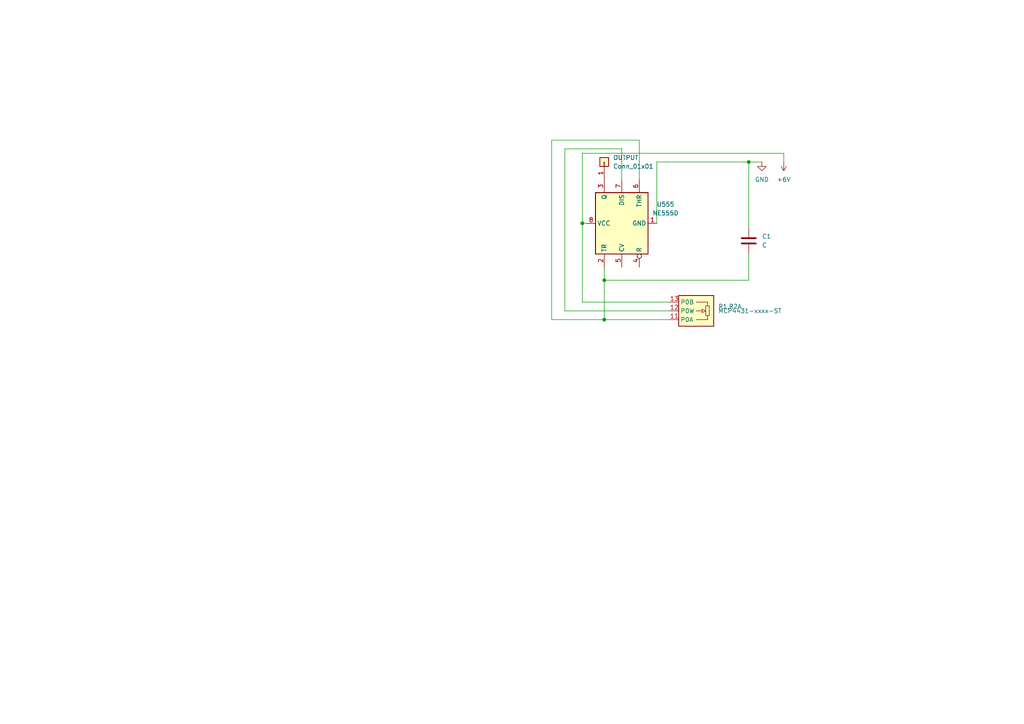
<source format=kicad_sch>
(kicad_sch
	(version 20231120)
	(generator "eeschema")
	(generator_version "8.0")
	(uuid "f250de14-bec1-4ca5-ab87-f63d3c977612")
	(paper "A4")
	(lib_symbols
		(symbol "Connector_Generic:Conn_01x01"
			(pin_names
				(offset 1.016) hide)
			(exclude_from_sim no)
			(in_bom yes)
			(on_board yes)
			(property "Reference" "J"
				(at 0 2.54 0)
				(effects
					(font
						(size 1.27 1.27)
					)
				)
			)
			(property "Value" "Conn_01x01"
				(at 0 -2.54 0)
				(effects
					(font
						(size 1.27 1.27)
					)
				)
			)
			(property "Footprint" ""
				(at 0 0 0)
				(effects
					(font
						(size 1.27 1.27)
					)
					(hide yes)
				)
			)
			(property "Datasheet" "~"
				(at 0 0 0)
				(effects
					(font
						(size 1.27 1.27)
					)
					(hide yes)
				)
			)
			(property "Description" "Generic connector, single row, 01x01, script generated (kicad-library-utils/schlib/autogen/connector/)"
				(at 0 0 0)
				(effects
					(font
						(size 1.27 1.27)
					)
					(hide yes)
				)
			)
			(property "ki_keywords" "connector"
				(at 0 0 0)
				(effects
					(font
						(size 1.27 1.27)
					)
					(hide yes)
				)
			)
			(property "ki_fp_filters" "Connector*:*_1x??_*"
				(at 0 0 0)
				(effects
					(font
						(size 1.27 1.27)
					)
					(hide yes)
				)
			)
			(symbol "Conn_01x01_1_1"
				(rectangle
					(start -1.27 0.127)
					(end 0 -0.127)
					(stroke
						(width 0.1524)
						(type default)
					)
					(fill
						(type none)
					)
				)
				(rectangle
					(start -1.27 1.27)
					(end 1.27 -1.27)
					(stroke
						(width 0.254)
						(type default)
					)
					(fill
						(type background)
					)
				)
				(pin passive line
					(at -5.08 0 0)
					(length 3.81)
					(name "Pin_1"
						(effects
							(font
								(size 1.27 1.27)
							)
						)
					)
					(number "1"
						(effects
							(font
								(size 1.27 1.27)
							)
						)
					)
				)
			)
		)
		(symbol "Device:C"
			(pin_numbers hide)
			(pin_names
				(offset 0.254)
			)
			(exclude_from_sim no)
			(in_bom yes)
			(on_board yes)
			(property "Reference" "C"
				(at 0.635 2.54 0)
				(effects
					(font
						(size 1.27 1.27)
					)
					(justify left)
				)
			)
			(property "Value" "C"
				(at 0.635 -2.54 0)
				(effects
					(font
						(size 1.27 1.27)
					)
					(justify left)
				)
			)
			(property "Footprint" ""
				(at 0.9652 -3.81 0)
				(effects
					(font
						(size 1.27 1.27)
					)
					(hide yes)
				)
			)
			(property "Datasheet" "~"
				(at 0 0 0)
				(effects
					(font
						(size 1.27 1.27)
					)
					(hide yes)
				)
			)
			(property "Description" "Unpolarized capacitor"
				(at 0 0 0)
				(effects
					(font
						(size 1.27 1.27)
					)
					(hide yes)
				)
			)
			(property "ki_keywords" "cap capacitor"
				(at 0 0 0)
				(effects
					(font
						(size 1.27 1.27)
					)
					(hide yes)
				)
			)
			(property "ki_fp_filters" "C_*"
				(at 0 0 0)
				(effects
					(font
						(size 1.27 1.27)
					)
					(hide yes)
				)
			)
			(symbol "C_0_1"
				(polyline
					(pts
						(xy -2.032 -0.762) (xy 2.032 -0.762)
					)
					(stroke
						(width 0.508)
						(type default)
					)
					(fill
						(type none)
					)
				)
				(polyline
					(pts
						(xy -2.032 0.762) (xy 2.032 0.762)
					)
					(stroke
						(width 0.508)
						(type default)
					)
					(fill
						(type none)
					)
				)
			)
			(symbol "C_1_1"
				(pin passive line
					(at 0 3.81 270)
					(length 2.794)
					(name "~"
						(effects
							(font
								(size 1.27 1.27)
							)
						)
					)
					(number "1"
						(effects
							(font
								(size 1.27 1.27)
							)
						)
					)
				)
				(pin passive line
					(at 0 -3.81 90)
					(length 2.794)
					(name "~"
						(effects
							(font
								(size 1.27 1.27)
							)
						)
					)
					(number "2"
						(effects
							(font
								(size 1.27 1.27)
							)
						)
					)
				)
			)
		)
		(symbol "Potentiometer_Digital:MCP4431-xxxx-ST"
			(exclude_from_sim no)
			(in_bom yes)
			(on_board yes)
			(property "Reference" "U"
				(at -8.89 11.43 0)
				(effects
					(font
						(size 1.27 1.27)
					)
				)
			)
			(property "Value" "MCP4431-xxxx-ST"
				(at 10.16 -11.43 0)
				(effects
					(font
						(size 1.27 1.27)
					)
				)
			)
			(property "Footprint" "Package_SO:TSSOP-20_4.4x6.5mm_P0.65mm"
				(at 0 -12.7 0)
				(effects
					(font
						(size 1.27 1.27)
					)
					(hide yes)
				)
			)
			(property "Datasheet" "https://ww1.microchip.com/downloads/en/DeviceDoc/22267A_MCP4431.pdf"
				(at 0 -15.24 0)
				(effects
					(font
						(size 1.27 1.27)
					)
					(hide yes)
				)
			)
			(property "Description" "Quad 7 Bit Digital Potentiometer, I²C, Volatile Memory, TSSOP-20"
				(at 0 0 0)
				(effects
					(font
						(size 1.27 1.27)
					)
					(hide yes)
				)
			)
			(property "ki_locked" ""
				(at 0 0 0)
				(effects
					(font
						(size 1.27 1.27)
					)
				)
			)
			(property "ki_keywords" "Digital Pot Potentiometer DigiPot"
				(at 0 0 0)
				(effects
					(font
						(size 1.27 1.27)
					)
					(hide yes)
				)
			)
			(property "ki_fp_filters" "TSSOP*4.4x6.5mm*P0.65mm*"
				(at 0 0 0)
				(effects
					(font
						(size 1.27 1.27)
					)
					(hide yes)
				)
			)
			(symbol "MCP4431-xxxx-ST_1_1"
				(polyline
					(pts
						(xy 1.7272 0) (xy 0 0)
					)
					(stroke
						(width 0)
						(type default)
					)
					(fill
						(type none)
					)
				)
				(polyline
					(pts
						(xy 3.302 -2.54) (xy 0 -2.54)
					)
					(stroke
						(width 0)
						(type default)
					)
					(fill
						(type background)
					)
				)
				(polyline
					(pts
						(xy 3.302 -2.3114) (xy 3.302 -1.3716)
					)
					(stroke
						(width 0)
						(type default)
					)
					(fill
						(type none)
					)
				)
				(polyline
					(pts
						(xy 3.302 2.286) (xy 3.302 1.4478)
					)
					(stroke
						(width 0)
						(type default)
					)
					(fill
						(type none)
					)
				)
				(polyline
					(pts
						(xy 3.302 2.54) (xy 0 2.54)
					)
					(stroke
						(width 0)
						(type default)
					)
					(fill
						(type background)
					)
				)
				(polyline
					(pts
						(xy 3.302 -2.54) (xy 3.302 -2.286) (xy 3.302 -2.286)
					)
					(stroke
						(width 0)
						(type default)
					)
					(fill
						(type none)
					)
				)
				(polyline
					(pts
						(xy 3.302 2.54) (xy 3.302 2.286) (xy 3.302 2.286)
					)
					(stroke
						(width 0)
						(type default)
					)
					(fill
						(type background)
					)
				)
				(polyline
					(pts
						(xy 1.7272 -0.508) (xy 1.7272 0.508) (xy 2.7432 0) (xy 1.7272 -0.508) (xy 1.7272 -0.508)
					)
					(stroke
						(width 0)
						(type default)
					)
					(fill
						(type none)
					)
				)
				(rectangle
					(start 3.7846 -1.3462)
					(end 2.7686 1.4478)
					(stroke
						(width 0)
						(type default)
					)
					(fill
						(type none)
					)
				)
				(rectangle
					(start 5.08 -4.445)
					(end -5.08 4.445)
					(stroke
						(width 0.254)
						(type default)
					)
					(fill
						(type background)
					)
				)
				(pin passive line
					(at -7.62 -2.54 0)
					(length 2.54)
					(name "P0A"
						(effects
							(font
								(size 1.27 1.27)
							)
						)
					)
					(number "11"
						(effects
							(font
								(size 1.27 1.27)
							)
						)
					)
				)
				(pin passive line
					(at -7.62 0 0)
					(length 2.54)
					(name "P0W"
						(effects
							(font
								(size 1.27 1.27)
							)
						)
					)
					(number "12"
						(effects
							(font
								(size 1.27 1.27)
							)
						)
					)
				)
				(pin passive line
					(at -7.62 2.54 0)
					(length 2.54)
					(name "P0B"
						(effects
							(font
								(size 1.27 1.27)
							)
						)
					)
					(number "13"
						(effects
							(font
								(size 1.27 1.27)
							)
						)
					)
				)
			)
			(symbol "MCP4431-xxxx-ST_2_1"
				(polyline
					(pts
						(xy 1.7272 0) (xy 0 0)
					)
					(stroke
						(width 0)
						(type default)
					)
					(fill
						(type none)
					)
				)
				(polyline
					(pts
						(xy 3.302 -2.54) (xy 0 -2.54)
					)
					(stroke
						(width 0)
						(type default)
					)
					(fill
						(type background)
					)
				)
				(polyline
					(pts
						(xy 3.302 -2.3114) (xy 3.302 -1.3716)
					)
					(stroke
						(width 0)
						(type default)
					)
					(fill
						(type none)
					)
				)
				(polyline
					(pts
						(xy 3.302 2.286) (xy 3.302 1.4478)
					)
					(stroke
						(width 0)
						(type default)
					)
					(fill
						(type none)
					)
				)
				(polyline
					(pts
						(xy 3.302 2.54) (xy 0 2.54)
					)
					(stroke
						(width 0)
						(type default)
					)
					(fill
						(type background)
					)
				)
				(polyline
					(pts
						(xy 3.302 -2.54) (xy 3.302 -2.286) (xy 3.302 -2.286)
					)
					(stroke
						(width 0)
						(type default)
					)
					(fill
						(type none)
					)
				)
				(polyline
					(pts
						(xy 3.302 2.54) (xy 3.302 2.286) (xy 3.302 2.286)
					)
					(stroke
						(width 0)
						(type default)
					)
					(fill
						(type background)
					)
				)
				(polyline
					(pts
						(xy 1.7272 -0.508) (xy 1.7272 0.508) (xy 2.7432 0) (xy 1.7272 -0.508) (xy 1.7272 -0.508)
					)
					(stroke
						(width 0)
						(type default)
					)
					(fill
						(type none)
					)
				)
				(rectangle
					(start 3.7846 -1.3462)
					(end 2.7686 1.4478)
					(stroke
						(width 0)
						(type default)
					)
					(fill
						(type none)
					)
				)
				(rectangle
					(start 5.08 -4.445)
					(end -5.08 4.445)
					(stroke
						(width 0.254)
						(type default)
					)
					(fill
						(type background)
					)
				)
				(pin passive line
					(at -7.62 -2.54 0)
					(length 2.54)
					(name "P1A"
						(effects
							(font
								(size 1.27 1.27)
							)
						)
					)
					(number "10"
						(effects
							(font
								(size 1.27 1.27)
							)
						)
					)
				)
				(pin passive line
					(at -7.62 2.54 0)
					(length 2.54)
					(name "P1B"
						(effects
							(font
								(size 1.27 1.27)
							)
						)
					)
					(number "8"
						(effects
							(font
								(size 1.27 1.27)
							)
						)
					)
				)
				(pin passive line
					(at -7.62 0 0)
					(length 2.54)
					(name "P1W"
						(effects
							(font
								(size 1.27 1.27)
							)
						)
					)
					(number "9"
						(effects
							(font
								(size 1.27 1.27)
							)
						)
					)
				)
			)
			(symbol "MCP4431-xxxx-ST_3_1"
				(polyline
					(pts
						(xy 1.7272 0) (xy 0 0)
					)
					(stroke
						(width 0)
						(type default)
					)
					(fill
						(type none)
					)
				)
				(polyline
					(pts
						(xy 3.302 -2.54) (xy 0 -2.54)
					)
					(stroke
						(width 0)
						(type default)
					)
					(fill
						(type background)
					)
				)
				(polyline
					(pts
						(xy 3.302 -2.3114) (xy 3.302 -1.3716)
					)
					(stroke
						(width 0)
						(type default)
					)
					(fill
						(type none)
					)
				)
				(polyline
					(pts
						(xy 3.302 2.286) (xy 3.302 1.4478)
					)
					(stroke
						(width 0)
						(type default)
					)
					(fill
						(type none)
					)
				)
				(polyline
					(pts
						(xy 3.302 2.54) (xy 0 2.54)
					)
					(stroke
						(width 0)
						(type default)
					)
					(fill
						(type background)
					)
				)
				(polyline
					(pts
						(xy 3.302 -2.54) (xy 3.302 -2.286) (xy 3.302 -2.286)
					)
					(stroke
						(width 0)
						(type default)
					)
					(fill
						(type none)
					)
				)
				(polyline
					(pts
						(xy 3.302 2.54) (xy 3.302 2.286) (xy 3.302 2.286)
					)
					(stroke
						(width 0)
						(type default)
					)
					(fill
						(type background)
					)
				)
				(polyline
					(pts
						(xy 1.7272 -0.508) (xy 1.7272 0.508) (xy 2.7432 0) (xy 1.7272 -0.508) (xy 1.7272 -0.508)
					)
					(stroke
						(width 0)
						(type default)
					)
					(fill
						(type none)
					)
				)
				(rectangle
					(start 3.7846 -1.3462)
					(end 2.7686 1.4478)
					(stroke
						(width 0)
						(type default)
					)
					(fill
						(type none)
					)
				)
				(rectangle
					(start 5.08 -4.445)
					(end -5.08 4.445)
					(stroke
						(width 0.254)
						(type default)
					)
					(fill
						(type background)
					)
				)
				(pin passive line
					(at -7.62 2.54 0)
					(length 2.54)
					(name "P2B"
						(effects
							(font
								(size 1.27 1.27)
							)
						)
					)
					(number "18"
						(effects
							(font
								(size 1.27 1.27)
							)
						)
					)
				)
				(pin passive line
					(at -7.62 0 0)
					(length 2.54)
					(name "P2W"
						(effects
							(font
								(size 1.27 1.27)
							)
						)
					)
					(number "19"
						(effects
							(font
								(size 1.27 1.27)
							)
						)
					)
				)
				(pin passive line
					(at -7.62 -2.54 0)
					(length 2.54)
					(name "P2A"
						(effects
							(font
								(size 1.27 1.27)
							)
						)
					)
					(number "20"
						(effects
							(font
								(size 1.27 1.27)
							)
						)
					)
				)
			)
			(symbol "MCP4431-xxxx-ST_4_1"
				(polyline
					(pts
						(xy 1.7272 0) (xy 0 0)
					)
					(stroke
						(width 0)
						(type default)
					)
					(fill
						(type none)
					)
				)
				(polyline
					(pts
						(xy 3.302 -2.54) (xy 0 -2.54)
					)
					(stroke
						(width 0)
						(type default)
					)
					(fill
						(type background)
					)
				)
				(polyline
					(pts
						(xy 3.302 -2.3114) (xy 3.302 -1.3716)
					)
					(stroke
						(width 0)
						(type default)
					)
					(fill
						(type none)
					)
				)
				(polyline
					(pts
						(xy 3.302 2.286) (xy 3.302 1.4478)
					)
					(stroke
						(width 0)
						(type default)
					)
					(fill
						(type none)
					)
				)
				(polyline
					(pts
						(xy 3.302 2.54) (xy 0 2.54)
					)
					(stroke
						(width 0)
						(type default)
					)
					(fill
						(type background)
					)
				)
				(polyline
					(pts
						(xy 3.302 -2.54) (xy 3.302 -2.286) (xy 3.302 -2.286)
					)
					(stroke
						(width 0)
						(type default)
					)
					(fill
						(type none)
					)
				)
				(polyline
					(pts
						(xy 3.302 2.54) (xy 3.302 2.286) (xy 3.302 2.286)
					)
					(stroke
						(width 0)
						(type default)
					)
					(fill
						(type background)
					)
				)
				(polyline
					(pts
						(xy 1.7272 -0.508) (xy 1.7272 0.508) (xy 2.7432 0) (xy 1.7272 -0.508) (xy 1.7272 -0.508)
					)
					(stroke
						(width 0)
						(type default)
					)
					(fill
						(type none)
					)
				)
				(rectangle
					(start 3.7846 -1.3462)
					(end 2.7686 1.4478)
					(stroke
						(width 0)
						(type default)
					)
					(fill
						(type none)
					)
				)
				(rectangle
					(start 5.08 -4.445)
					(end -5.08 4.445)
					(stroke
						(width 0.254)
						(type default)
					)
					(fill
						(type background)
					)
				)
				(pin passive line
					(at -7.62 -2.54 0)
					(length 2.54)
					(name "P3A"
						(effects
							(font
								(size 1.27 1.27)
							)
						)
					)
					(number "1"
						(effects
							(font
								(size 1.27 1.27)
							)
						)
					)
				)
				(pin passive line
					(at -7.62 0 0)
					(length 2.54)
					(name "P3W"
						(effects
							(font
								(size 1.27 1.27)
							)
						)
					)
					(number "2"
						(effects
							(font
								(size 1.27 1.27)
							)
						)
					)
				)
				(pin passive line
					(at -7.62 2.54 0)
					(length 2.54)
					(name "P3B"
						(effects
							(font
								(size 1.27 1.27)
							)
						)
					)
					(number "3"
						(effects
							(font
								(size 1.27 1.27)
							)
						)
					)
				)
			)
			(symbol "MCP4431-xxxx-ST_5_1"
				(rectangle
					(start -10.16 10.16)
					(end 10.16 -10.16)
					(stroke
						(width 0)
						(type default)
					)
					(fill
						(type background)
					)
				)
				(pin no_connect line
					(at -10.16 -2.54 0)
					(length 2.54) hide
					(name "NC"
						(effects
							(font
								(size 1.27 1.27)
							)
						)
					)
					(number "14"
						(effects
							(font
								(size 1.27 1.27)
							)
						)
					)
				)
				(pin input line
					(at -12.7 7.62 0)
					(length 2.54)
					(name "~{RESET}"
						(effects
							(font
								(size 1.27 1.27)
							)
						)
					)
					(number "15"
						(effects
							(font
								(size 1.27 1.27)
							)
						)
					)
				)
				(pin input line
					(at -12.7 -7.62 0)
					(length 2.54)
					(name "A1"
						(effects
							(font
								(size 1.27 1.27)
							)
						)
					)
					(number "16"
						(effects
							(font
								(size 1.27 1.27)
							)
						)
					)
				)
				(pin power_in line
					(at 0 12.7 270)
					(length 2.54)
					(name "VDD"
						(effects
							(font
								(size 1.27 1.27)
							)
						)
					)
					(number "17"
						(effects
							(font
								(size 1.27 1.27)
							)
						)
					)
				)
				(pin input line
					(at -12.7 -5.08 0)
					(length 2.54)
					(name "HVC/A0"
						(effects
							(font
								(size 1.27 1.27)
							)
						)
					)
					(number "4"
						(effects
							(font
								(size 1.27 1.27)
							)
						)
					)
				)
				(pin input line
					(at -12.7 2.54 0)
					(length 2.54)
					(name "SCL"
						(effects
							(font
								(size 1.27 1.27)
							)
						)
					)
					(number "5"
						(effects
							(font
								(size 1.27 1.27)
							)
						)
					)
				)
				(pin bidirectional line
					(at -12.7 0 0)
					(length 2.54)
					(name "SDA"
						(effects
							(font
								(size 1.27 1.27)
							)
						)
					)
					(number "6"
						(effects
							(font
								(size 1.27 1.27)
							)
						)
					)
				)
				(pin power_in line
					(at 0 -12.7 90)
					(length 2.54)
					(name "VSS"
						(effects
							(font
								(size 1.27 1.27)
							)
						)
					)
					(number "7"
						(effects
							(font
								(size 1.27 1.27)
							)
						)
					)
				)
			)
		)
		(symbol "Timer:NE555D"
			(exclude_from_sim no)
			(in_bom yes)
			(on_board yes)
			(property "Reference" "U"
				(at -10.16 8.89 0)
				(effects
					(font
						(size 1.27 1.27)
					)
					(justify left)
				)
			)
			(property "Value" "NE555D"
				(at 2.54 8.89 0)
				(effects
					(font
						(size 1.27 1.27)
					)
					(justify left)
				)
			)
			(property "Footprint" "Package_SO:SOIC-8_3.9x4.9mm_P1.27mm"
				(at 21.59 -10.16 0)
				(effects
					(font
						(size 1.27 1.27)
					)
					(hide yes)
				)
			)
			(property "Datasheet" "http://www.ti.com/lit/ds/symlink/ne555.pdf"
				(at 21.59 -10.16 0)
				(effects
					(font
						(size 1.27 1.27)
					)
					(hide yes)
				)
			)
			(property "Description" "Precision Timers, 555 compatible, SOIC-8"
				(at 0 0 0)
				(effects
					(font
						(size 1.27 1.27)
					)
					(hide yes)
				)
			)
			(property "ki_keywords" "single timer 555"
				(at 0 0 0)
				(effects
					(font
						(size 1.27 1.27)
					)
					(hide yes)
				)
			)
			(property "ki_fp_filters" "SOIC*3.9x4.9mm*P1.27mm*"
				(at 0 0 0)
				(effects
					(font
						(size 1.27 1.27)
					)
					(hide yes)
				)
			)
			(symbol "NE555D_0_0"
				(pin power_in line
					(at 0 -10.16 90)
					(length 2.54)
					(name "GND"
						(effects
							(font
								(size 1.27 1.27)
							)
						)
					)
					(number "1"
						(effects
							(font
								(size 1.27 1.27)
							)
						)
					)
				)
				(pin power_in line
					(at 0 10.16 270)
					(length 2.54)
					(name "VCC"
						(effects
							(font
								(size 1.27 1.27)
							)
						)
					)
					(number "8"
						(effects
							(font
								(size 1.27 1.27)
							)
						)
					)
				)
			)
			(symbol "NE555D_0_1"
				(rectangle
					(start -8.89 -7.62)
					(end 8.89 7.62)
					(stroke
						(width 0.254)
						(type default)
					)
					(fill
						(type background)
					)
				)
				(rectangle
					(start -8.89 -7.62)
					(end 8.89 7.62)
					(stroke
						(width 0.254)
						(type default)
					)
					(fill
						(type background)
					)
				)
			)
			(symbol "NE555D_1_1"
				(pin input line
					(at -12.7 5.08 0)
					(length 3.81)
					(name "TR"
						(effects
							(font
								(size 1.27 1.27)
							)
						)
					)
					(number "2"
						(effects
							(font
								(size 1.27 1.27)
							)
						)
					)
				)
				(pin output line
					(at 12.7 5.08 180)
					(length 3.81)
					(name "Q"
						(effects
							(font
								(size 1.27 1.27)
							)
						)
					)
					(number "3"
						(effects
							(font
								(size 1.27 1.27)
							)
						)
					)
				)
				(pin input inverted
					(at -12.7 -5.08 0)
					(length 3.81)
					(name "R"
						(effects
							(font
								(size 1.27 1.27)
							)
						)
					)
					(number "4"
						(effects
							(font
								(size 1.27 1.27)
							)
						)
					)
				)
				(pin input line
					(at -12.7 0 0)
					(length 3.81)
					(name "CV"
						(effects
							(font
								(size 1.27 1.27)
							)
						)
					)
					(number "5"
						(effects
							(font
								(size 1.27 1.27)
							)
						)
					)
				)
				(pin input line
					(at 12.7 -5.08 180)
					(length 3.81)
					(name "THR"
						(effects
							(font
								(size 1.27 1.27)
							)
						)
					)
					(number "6"
						(effects
							(font
								(size 1.27 1.27)
							)
						)
					)
				)
				(pin input line
					(at 12.7 0 180)
					(length 3.81)
					(name "DIS"
						(effects
							(font
								(size 1.27 1.27)
							)
						)
					)
					(number "7"
						(effects
							(font
								(size 1.27 1.27)
							)
						)
					)
				)
			)
		)
		(symbol "power:+6V"
			(power)
			(pin_numbers hide)
			(pin_names
				(offset 0) hide)
			(exclude_from_sim no)
			(in_bom yes)
			(on_board yes)
			(property "Reference" "#PWR"
				(at 0 -3.81 0)
				(effects
					(font
						(size 1.27 1.27)
					)
					(hide yes)
				)
			)
			(property "Value" "+6V"
				(at 0 3.556 0)
				(effects
					(font
						(size 1.27 1.27)
					)
				)
			)
			(property "Footprint" ""
				(at 0 0 0)
				(effects
					(font
						(size 1.27 1.27)
					)
					(hide yes)
				)
			)
			(property "Datasheet" ""
				(at 0 0 0)
				(effects
					(font
						(size 1.27 1.27)
					)
					(hide yes)
				)
			)
			(property "Description" "Power symbol creates a global label with name \"+6V\""
				(at 0 0 0)
				(effects
					(font
						(size 1.27 1.27)
					)
					(hide yes)
				)
			)
			(property "ki_keywords" "global power"
				(at 0 0 0)
				(effects
					(font
						(size 1.27 1.27)
					)
					(hide yes)
				)
			)
			(symbol "+6V_0_1"
				(polyline
					(pts
						(xy -0.762 1.27) (xy 0 2.54)
					)
					(stroke
						(width 0)
						(type default)
					)
					(fill
						(type none)
					)
				)
				(polyline
					(pts
						(xy 0 0) (xy 0 2.54)
					)
					(stroke
						(width 0)
						(type default)
					)
					(fill
						(type none)
					)
				)
				(polyline
					(pts
						(xy 0 2.54) (xy 0.762 1.27)
					)
					(stroke
						(width 0)
						(type default)
					)
					(fill
						(type none)
					)
				)
			)
			(symbol "+6V_1_1"
				(pin power_in line
					(at 0 0 90)
					(length 0)
					(name "~"
						(effects
							(font
								(size 1.27 1.27)
							)
						)
					)
					(number "1"
						(effects
							(font
								(size 1.27 1.27)
							)
						)
					)
				)
			)
		)
		(symbol "power:GND"
			(power)
			(pin_numbers hide)
			(pin_names
				(offset 0) hide)
			(exclude_from_sim no)
			(in_bom yes)
			(on_board yes)
			(property "Reference" "#PWR"
				(at 0 -6.35 0)
				(effects
					(font
						(size 1.27 1.27)
					)
					(hide yes)
				)
			)
			(property "Value" "GND"
				(at 0 -3.81 0)
				(effects
					(font
						(size 1.27 1.27)
					)
				)
			)
			(property "Footprint" ""
				(at 0 0 0)
				(effects
					(font
						(size 1.27 1.27)
					)
					(hide yes)
				)
			)
			(property "Datasheet" ""
				(at 0 0 0)
				(effects
					(font
						(size 1.27 1.27)
					)
					(hide yes)
				)
			)
			(property "Description" "Power symbol creates a global label with name \"GND\" , ground"
				(at 0 0 0)
				(effects
					(font
						(size 1.27 1.27)
					)
					(hide yes)
				)
			)
			(property "ki_keywords" "global power"
				(at 0 0 0)
				(effects
					(font
						(size 1.27 1.27)
					)
					(hide yes)
				)
			)
			(symbol "GND_0_1"
				(polyline
					(pts
						(xy 0 0) (xy 0 -1.27) (xy 1.27 -1.27) (xy 0 -2.54) (xy -1.27 -1.27) (xy 0 -1.27)
					)
					(stroke
						(width 0)
						(type default)
					)
					(fill
						(type none)
					)
				)
			)
			(symbol "GND_1_1"
				(pin power_in line
					(at 0 0 270)
					(length 0)
					(name "~"
						(effects
							(font
								(size 1.27 1.27)
							)
						)
					)
					(number "1"
						(effects
							(font
								(size 1.27 1.27)
							)
						)
					)
				)
			)
		)
	)
	(junction
		(at 217.17 46.99)
		(diameter 0)
		(color 0 0 0 0)
		(uuid "5d36b37d-9dd5-4a70-b117-65278fba1d82")
	)
	(junction
		(at 175.26 92.71)
		(diameter 0)
		(color 0 0 0 0)
		(uuid "978a8329-fd35-4471-880c-3136812e1b82")
	)
	(junction
		(at 168.91 64.77)
		(diameter 0)
		(color 0 0 0 0)
		(uuid "af4513ef-6476-4394-9611-dddd68d88035")
	)
	(junction
		(at 175.26 81.28)
		(diameter 0)
		(color 0 0 0 0)
		(uuid "f8cb3153-bc36-40d2-a9b0-8c287e7185e3")
	)
	(wire
		(pts
			(xy 163.83 43.18) (xy 180.34 43.18)
		)
		(stroke
			(width 0)
			(type default)
		)
		(uuid "009e760d-0604-4940-9ffa-6f6663d69297")
	)
	(wire
		(pts
			(xy 227.33 44.45) (xy 168.91 44.45)
		)
		(stroke
			(width 0)
			(type default)
		)
		(uuid "01f804bb-6aeb-4d0b-90aa-bd3394807529")
	)
	(wire
		(pts
			(xy 175.26 77.47) (xy 175.26 81.28)
		)
		(stroke
			(width 0)
			(type default)
		)
		(uuid "056df882-b1d9-40fb-9a5d-95715cad2bab")
	)
	(wire
		(pts
			(xy 163.83 90.17) (xy 163.83 43.18)
		)
		(stroke
			(width 0)
			(type default)
		)
		(uuid "159934a4-cb68-4035-927a-8c9bb4093411")
	)
	(wire
		(pts
			(xy 217.17 66.04) (xy 217.17 46.99)
		)
		(stroke
			(width 0)
			(type default)
		)
		(uuid "1f354037-fe82-4849-bc5a-8524a3e8f502")
	)
	(wire
		(pts
			(xy 175.26 81.28) (xy 175.26 92.71)
		)
		(stroke
			(width 0)
			(type default)
		)
		(uuid "267af913-2972-4746-b624-08dca91c1b1b")
	)
	(wire
		(pts
			(xy 217.17 46.99) (xy 190.5 46.99)
		)
		(stroke
			(width 0)
			(type default)
		)
		(uuid "2d9f4520-9045-498f-9a68-71ff9c2d5fac")
	)
	(wire
		(pts
			(xy 180.34 43.18) (xy 180.34 52.07)
		)
		(stroke
			(width 0)
			(type default)
		)
		(uuid "3e2f1da8-d1a4-4357-84f5-a245be59b107")
	)
	(wire
		(pts
			(xy 168.91 64.77) (xy 170.18 64.77)
		)
		(stroke
			(width 0)
			(type default)
		)
		(uuid "45bcd1ed-8825-4d26-ae2b-3f1acdc0be5f")
	)
	(wire
		(pts
			(xy 175.26 81.28) (xy 217.17 81.28)
		)
		(stroke
			(width 0)
			(type default)
		)
		(uuid "5d893764-60ed-4bde-9cc4-e3fef576e29c")
	)
	(wire
		(pts
			(xy 185.42 40.64) (xy 185.42 52.07)
		)
		(stroke
			(width 0)
			(type default)
		)
		(uuid "718f6208-afa1-42d2-96c0-fa9b8f238635")
	)
	(wire
		(pts
			(xy 220.98 46.99) (xy 217.17 46.99)
		)
		(stroke
			(width 0)
			(type default)
		)
		(uuid "86ac5ee3-1a75-460d-9ab2-6c160e18bb5a")
	)
	(wire
		(pts
			(xy 227.33 44.45) (xy 227.33 46.99)
		)
		(stroke
			(width 0)
			(type default)
		)
		(uuid "baa8054a-8846-493f-a290-5e8b270fbed3")
	)
	(wire
		(pts
			(xy 168.91 87.63) (xy 194.31 87.63)
		)
		(stroke
			(width 0)
			(type default)
		)
		(uuid "bb1e2e9c-34da-476c-b5eb-ad636b7c8dfc")
	)
	(wire
		(pts
			(xy 160.02 40.64) (xy 185.42 40.64)
		)
		(stroke
			(width 0)
			(type default)
		)
		(uuid "bbaa7c45-0d69-455d-8c4c-28d876adffd9")
	)
	(wire
		(pts
			(xy 175.26 92.71) (xy 160.02 92.71)
		)
		(stroke
			(width 0)
			(type default)
		)
		(uuid "caabd931-00fc-41d0-81a0-7d5c4258d1f2")
	)
	(wire
		(pts
			(xy 190.5 46.99) (xy 190.5 64.77)
		)
		(stroke
			(width 0)
			(type default)
		)
		(uuid "cbc389a1-8225-4f02-9801-7d1d61860abb")
	)
	(wire
		(pts
			(xy 217.17 73.66) (xy 217.17 81.28)
		)
		(stroke
			(width 0)
			(type default)
		)
		(uuid "de31f049-dff9-4ea2-ab67-08d33f318f95")
	)
	(wire
		(pts
			(xy 160.02 92.71) (xy 160.02 40.64)
		)
		(stroke
			(width 0)
			(type default)
		)
		(uuid "e054ac71-656a-4419-ba92-775c00e01825")
	)
	(wire
		(pts
			(xy 194.31 92.71) (xy 175.26 92.71)
		)
		(stroke
			(width 0)
			(type default)
		)
		(uuid "edf5d13e-4267-4399-bd5f-ffbcc7ecb5bf")
	)
	(wire
		(pts
			(xy 168.91 64.77) (xy 168.91 87.63)
		)
		(stroke
			(width 0)
			(type default)
		)
		(uuid "ee4700ac-3bb8-49af-8771-0307a7743bd2")
	)
	(wire
		(pts
			(xy 194.31 90.17) (xy 163.83 90.17)
		)
		(stroke
			(width 0)
			(type default)
		)
		(uuid "faa5b062-28fe-4bca-bd57-9e7cb54b16d6")
	)
	(wire
		(pts
			(xy 168.91 44.45) (xy 168.91 64.77)
		)
		(stroke
			(width 0)
			(type default)
		)
		(uuid "ff28c5bc-6298-4a3a-a432-bfc7ee1b7969")
	)
	(symbol
		(lib_id "power:GND")
		(at 220.98 46.99 0)
		(unit 1)
		(exclude_from_sim no)
		(in_bom yes)
		(on_board yes)
		(dnp no)
		(fields_autoplaced yes)
		(uuid "0f71a380-76a8-480c-9539-46d6b7c1c1c1")
		(property "Reference" "#PWR01"
			(at 220.98 53.34 0)
			(effects
				(font
					(size 1.27 1.27)
				)
				(hide yes)
			)
		)
		(property "Value" "GND"
			(at 220.98 52.07 0)
			(effects
				(font
					(size 1.27 1.27)
				)
			)
		)
		(property "Footprint" ""
			(at 220.98 46.99 0)
			(effects
				(font
					(size 1.27 1.27)
				)
				(hide yes)
			)
		)
		(property "Datasheet" ""
			(at 220.98 46.99 0)
			(effects
				(font
					(size 1.27 1.27)
				)
				(hide yes)
			)
		)
		(property "Description" "Power symbol creates a global label with name \"GND\" , ground"
			(at 220.98 46.99 0)
			(effects
				(font
					(size 1.27 1.27)
				)
				(hide yes)
			)
		)
		(pin "1"
			(uuid "a995b3e1-4567-4885-a58e-321228e8cbc1")
		)
		(instances
			(project ""
				(path "/f250de14-bec1-4ca5-ab87-f63d3c977612"
					(reference "#PWR01")
					(unit 1)
				)
			)
		)
	)
	(symbol
		(lib_id "Connector_Generic:Conn_01x01")
		(at 175.26 46.99 90)
		(unit 1)
		(exclude_from_sim no)
		(in_bom yes)
		(on_board yes)
		(dnp no)
		(fields_autoplaced yes)
		(uuid "43dc2dc4-cb0c-48d5-904c-bca2e8d1f4d6")
		(property "Reference" "OUTPUT"
			(at 177.8 45.7199 90)
			(effects
				(font
					(size 1.27 1.27)
				)
				(justify right)
			)
		)
		(property "Value" "Conn_01x01"
			(at 177.8 48.2599 90)
			(effects
				(font
					(size 1.27 1.27)
				)
				(justify right)
			)
		)
		(property "Footprint" ""
			(at 175.26 46.99 0)
			(effects
				(font
					(size 1.27 1.27)
				)
				(hide yes)
			)
		)
		(property "Datasheet" "~"
			(at 175.26 46.99 0)
			(effects
				(font
					(size 1.27 1.27)
				)
				(hide yes)
			)
		)
		(property "Description" "Generic connector, single row, 01x01, script generated (kicad-library-utils/schlib/autogen/connector/)"
			(at 175.26 46.99 0)
			(effects
				(font
					(size 1.27 1.27)
				)
				(hide yes)
			)
		)
		(pin "1"
			(uuid "28bae495-dd08-41bc-9240-6c649096062c")
		)
		(instances
			(project ""
				(path "/f250de14-bec1-4ca5-ab87-f63d3c977612"
					(reference "OUTPUT")
					(unit 1)
				)
			)
		)
	)
	(symbol
		(lib_id "Device:C")
		(at 217.17 69.85 0)
		(unit 1)
		(exclude_from_sim no)
		(in_bom yes)
		(on_board yes)
		(dnp no)
		(fields_autoplaced yes)
		(uuid "44849dc5-44e2-40a6-a6ec-4b776344ab34")
		(property "Reference" "C1"
			(at 220.98 68.5799 0)
			(effects
				(font
					(size 1.27 1.27)
				)
				(justify left)
			)
		)
		(property "Value" "C"
			(at 220.98 71.1199 0)
			(effects
				(font
					(size 1.27 1.27)
				)
				(justify left)
			)
		)
		(property "Footprint" ""
			(at 218.1352 73.66 0)
			(effects
				(font
					(size 1.27 1.27)
				)
				(hide yes)
			)
		)
		(property "Datasheet" "~"
			(at 217.17 69.85 0)
			(effects
				(font
					(size 1.27 1.27)
				)
				(hide yes)
			)
		)
		(property "Description" "Unpolarized capacitor"
			(at 217.17 69.85 0)
			(effects
				(font
					(size 1.27 1.27)
				)
				(hide yes)
			)
		)
		(pin "1"
			(uuid "07cf0ee1-6d77-40f1-a8ba-bf59bd228d99")
		)
		(pin "2"
			(uuid "40886659-5edd-43e0-a1a5-052b88746ab7")
		)
		(instances
			(project ""
				(path "/f250de14-bec1-4ca5-ab87-f63d3c977612"
					(reference "C1")
					(unit 1)
				)
			)
		)
	)
	(symbol
		(lib_id "Potentiometer_Digital:MCP4431-xxxx-ST")
		(at 201.93 90.17 0)
		(unit 1)
		(exclude_from_sim no)
		(in_bom yes)
		(on_board yes)
		(dnp no)
		(fields_autoplaced yes)
		(uuid "d71d1190-8177-4c2d-ad97-3c4085911a20")
		(property "Reference" "R1,R2"
			(at 208.28 88.8999 0)
			(do_not_autoplace yes)
			(effects
				(font
					(size 1.27 1.27)
				)
				(justify left)
			)
		)
		(property "Value" "MCP4431-xxxx-ST"
			(at 208.28 90.1699 0)
			(effects
				(font
					(size 1.27 1.27)
				)
				(justify left)
			)
		)
		(property "Footprint" "Package_SO:TSSOP-20_4.4x6.5mm_P0.65mm"
			(at 201.93 102.87 0)
			(effects
				(font
					(size 1.27 1.27)
				)
				(hide yes)
			)
		)
		(property "Datasheet" "https://ww1.microchip.com/downloads/en/DeviceDoc/22267A_MCP4431.pdf"
			(at 201.93 105.41 0)
			(effects
				(font
					(size 1.27 1.27)
				)
				(hide yes)
			)
		)
		(property "Description" "Quad 7 Bit Digital Potentiometer, I²C, Volatile Memory, TSSOP-20"
			(at 201.93 90.17 0)
			(effects
				(font
					(size 1.27 1.27)
				)
				(hide yes)
			)
		)
		(pin "1"
			(uuid "4cbe4afb-13ae-455a-8225-28f66dbeff91")
		)
		(pin "7"
			(uuid "7579578f-15a0-4c52-a2d4-e0a4b9387d55")
		)
		(pin "4"
			(uuid "5c5c8e20-234c-40e1-b122-7d116d11c9ba")
		)
		(pin "15"
			(uuid "5e915e14-86c2-48f2-8e1f-11bb933377c2")
		)
		(pin "5"
			(uuid "1d11d0f9-95eb-4b0c-a2d7-316a27f3a2dc")
		)
		(pin "14"
			(uuid "a9cd9e37-8338-4cc9-8c2f-7f6ba9fac482")
		)
		(pin "6"
			(uuid "61ea5a36-e060-42f4-933f-ba0c154385e8")
		)
		(pin "8"
			(uuid "1922c896-a8c2-4584-8530-0fceecdb2dc3")
		)
		(pin "18"
			(uuid "f3d0e288-ee41-4faf-8a0a-e296f1f400af")
		)
		(pin "19"
			(uuid "0c7cfd96-5428-466a-8947-52746147da53")
		)
		(pin "12"
			(uuid "c7949c09-95ac-4bd2-85d2-74da5201c9c1")
		)
		(pin "2"
			(uuid "2223d865-df6f-4d4a-8dd2-031b2c37e71a")
		)
		(pin "9"
			(uuid "2a6c1971-02cc-4d51-9532-777e908839e2")
		)
		(pin "17"
			(uuid "83a2403c-dd97-469c-8754-324322504540")
		)
		(pin "13"
			(uuid "cf832188-a951-46a3-9fe9-c43a3fd7fef0")
		)
		(pin "11"
			(uuid "ff9fa3ab-fa31-404a-9a48-e8b1957ca21c")
		)
		(pin "10"
			(uuid "184ef77b-572d-47ef-8a05-77d7a7464f9c")
		)
		(pin "20"
			(uuid "bc82c10b-35b4-4637-8554-3b8a4b6f8faa")
		)
		(pin "3"
			(uuid "eb5a9ad6-ab1d-4982-960b-2175ac3a1ea8")
		)
		(pin "16"
			(uuid "5a967c54-1dde-471c-a2fc-6fccc5b2a4d2")
		)
		(instances
			(project ""
				(path "/f250de14-bec1-4ca5-ab87-f63d3c977612"
					(reference "R1,R2")
					(unit 1)
				)
			)
		)
	)
	(symbol
		(lib_id "Timer:NE555D")
		(at 180.34 64.77 90)
		(unit 1)
		(exclude_from_sim no)
		(in_bom yes)
		(on_board yes)
		(dnp no)
		(fields_autoplaced yes)
		(uuid "ec23e50f-82e8-422d-9374-e83d0e7fbbce")
		(property "Reference" "U555"
			(at 193.04 59.2738 90)
			(effects
				(font
					(size 1.27 1.27)
				)
			)
		)
		(property "Value" "NE555D"
			(at 193.04 61.8138 90)
			(effects
				(font
					(size 1.27 1.27)
				)
			)
		)
		(property "Footprint" "Package_SO:SOIC-8_3.9x4.9mm_P1.27mm"
			(at 190.5 43.18 0)
			(effects
				(font
					(size 1.27 1.27)
				)
				(hide yes)
			)
		)
		(property "Datasheet" "http://www.ti.com/lit/ds/symlink/ne555.pdf"
			(at 190.5 43.18 0)
			(effects
				(font
					(size 1.27 1.27)
				)
				(hide yes)
			)
		)
		(property "Description" "Precision Timers, 555 compatible, SOIC-8"
			(at 180.34 64.77 0)
			(effects
				(font
					(size 1.27 1.27)
				)
				(hide yes)
			)
		)
		(pin "6"
			(uuid "6827cac8-43d5-49dc-92ba-6424e0bf2554")
		)
		(pin "3"
			(uuid "c4ea616c-541b-4ffb-a449-66a2884e687c")
		)
		(pin "5"
			(uuid "e8d12f5d-9d89-4467-8d10-210b08bbdbb4")
		)
		(pin "1"
			(uuid "6e263302-03ba-4b2e-b73a-ae8cb4b58e0b")
		)
		(pin "8"
			(uuid "5ab34019-d2f1-4fa7-ae13-ca4743bf1531")
		)
		(pin "4"
			(uuid "9b654b25-3aa0-40a3-8754-ca6d3ae4a071")
		)
		(pin "2"
			(uuid "03b7272a-d4c8-4346-8b1f-c5fd46646116")
		)
		(pin "7"
			(uuid "91b971e3-cc52-4c07-965d-f7ccce82fc66")
		)
		(instances
			(project ""
				(path "/f250de14-bec1-4ca5-ab87-f63d3c977612"
					(reference "U555")
					(unit 1)
				)
			)
		)
	)
	(symbol
		(lib_id "power:+6V")
		(at 227.33 46.99 180)
		(unit 1)
		(exclude_from_sim no)
		(in_bom yes)
		(on_board yes)
		(dnp no)
		(fields_autoplaced yes)
		(uuid "f4577843-4334-47db-827f-34d02ba52b2d")
		(property "Reference" "#PWR02"
			(at 227.33 43.18 0)
			(effects
				(font
					(size 1.27 1.27)
				)
				(hide yes)
			)
		)
		(property "Value" "+6V"
			(at 227.33 52.07 0)
			(effects
				(font
					(size 1.27 1.27)
				)
			)
		)
		(property "Footprint" ""
			(at 227.33 46.99 0)
			(effects
				(font
					(size 1.27 1.27)
				)
				(hide yes)
			)
		)
		(property "Datasheet" ""
			(at 227.33 46.99 0)
			(effects
				(font
					(size 1.27 1.27)
				)
				(hide yes)
			)
		)
		(property "Description" "Power symbol creates a global label with name \"+6V\""
			(at 227.33 46.99 0)
			(effects
				(font
					(size 1.27 1.27)
				)
				(hide yes)
			)
		)
		(pin "1"
			(uuid "48a74c1e-bc12-4d63-8122-e21ce10b834e")
		)
		(instances
			(project ""
				(path "/f250de14-bec1-4ca5-ab87-f63d3c977612"
					(reference "#PWR02")
					(unit 1)
				)
			)
		)
	)
	(sheet_instances
		(path "/"
			(page "1")
		)
	)
)

</source>
